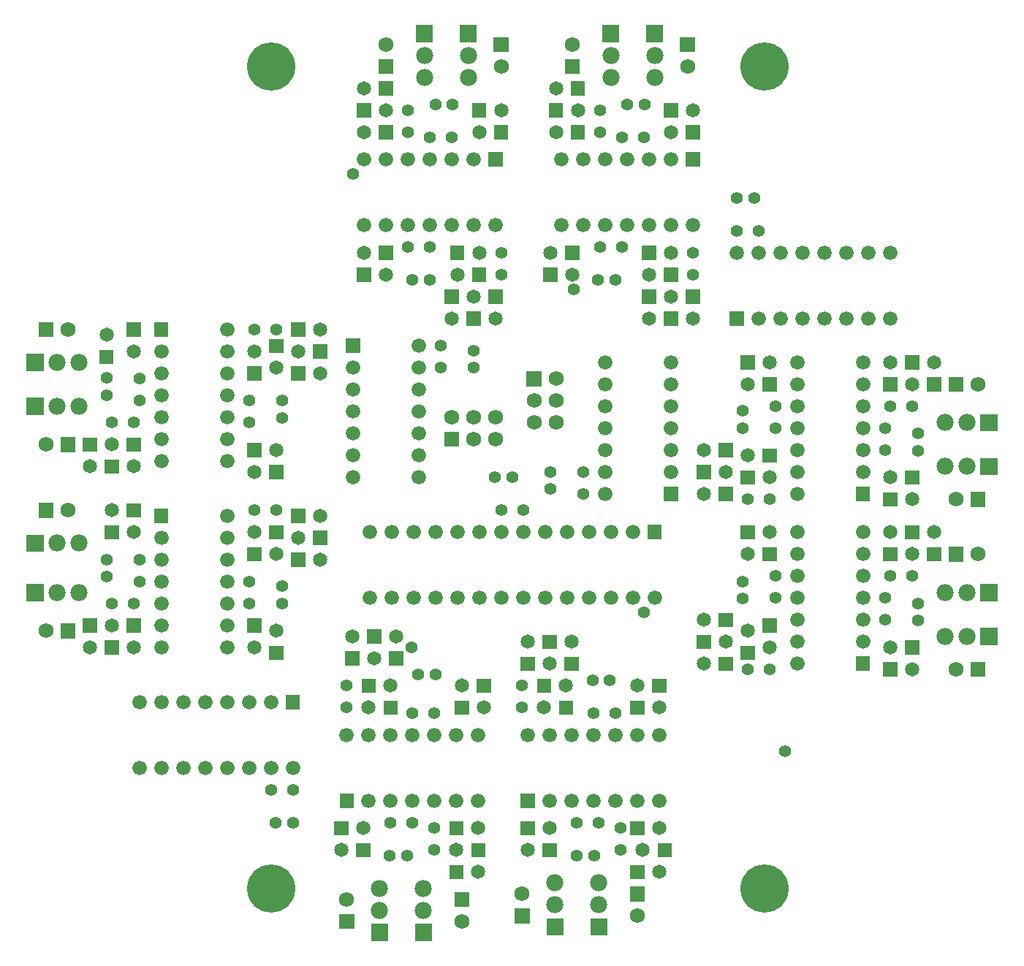
<source format=gbr>
G04 start of page 7 for group -4063 idx -4063 *
G04 Title: logic, componentmask *
G04 Creator: pcb 20091103 *
G04 CreationDate: Wed 03 Feb 2010 10:59:49 PM GMT UTC *
G04 For: srussell *
G04 Format: Gerber/RS-274X *
G04 PCB-Dimensions: 475000 475000 *
G04 PCB-Coordinate-Origin: lower left *
%MOIN*%
%FSLAX25Y25*%
%LNFRONTMASK*%
%ADD13C,0.0200*%
%ADD28C,0.0660*%
%ADD29C,0.0550*%
%ADD30C,0.0560*%
%ADD31C,0.0680*%
%ADD32C,0.0650*%
%ADD33C,0.0780*%
%ADD34C,0.2200*%
G54D28*X270000Y212500D03*
X260000D03*
X250000D03*
X240000D03*
G54D13*G36*
X296700Y215800D02*Y209200D01*
X303300D01*
Y215800D01*
X296700D01*
G37*
G54D28*X290000Y212500D03*
X280000D03*
X230000D03*
G54D29*X240000Y222500D03*
G54D28*X220000Y212500D03*
X192500Y267500D03*
Y277500D03*
Y287500D03*
G54D29*X202500D03*
G54D30*X217500D03*
G54D13*G36*
X204100Y258400D02*Y251600D01*
X210900D01*
Y258400D01*
X204100D01*
G37*
G54D31*X207500Y265000D03*
X217500Y255000D03*
X227500D03*
G54D30*X235000Y237500D03*
X227126D03*
G54D31*X217500Y265000D03*
X227500D03*
G54D13*G36*
X241600Y285900D02*Y279100D01*
X248400D01*
Y285900D01*
X241600D01*
G37*
G54D31*X255000Y282500D03*
X245000Y272500D03*
X255000D03*
X245000Y262500D03*
X255000D03*
G54D28*X240000Y182500D03*
X250000D03*
X260000D03*
G54D30*X252500Y232126D03*
G54D29*X267500Y230000D03*
G54D30*X252500Y240000D03*
G54D29*X267500D03*
G54D28*X277500Y250000D03*
Y240000D03*
Y230000D03*
G54D13*G36*
X238876Y155750D02*Y149250D01*
X245376D01*
Y155750D01*
X238876D01*
G37*
G54D32*X242126Y162500D03*
G54D28*X290000Y182500D03*
G54D13*G36*
X298876Y145750D02*Y139250D01*
X305376D01*
Y145750D01*
X298876D01*
G37*
G54D32*X292126Y142500D03*
G54D13*G36*
X288876Y135750D02*Y129250D01*
X295376D01*
Y135750D01*
X288876D01*
G37*
G54D32*X302126Y132500D03*
G54D30*X279626Y145000D03*
G54D28*X307500Y280000D03*
Y290000D03*
X277500D03*
Y280000D03*
Y270000D03*
Y260000D03*
X270000Y182500D03*
G54D13*G36*
X258876Y155750D02*Y149250D01*
X265376D01*
Y155750D01*
X258876D01*
G37*
G54D32*X262126Y162500D03*
G54D30*X271752Y145000D03*
X355000Y260000D03*
X342500Y227500D03*
X352500D03*
X355000Y270000D03*
X407500D03*
X417500D03*
X405000Y250000D03*
Y260000D03*
G54D29*X355000Y192500D03*
X342500Y150000D03*
X352500D03*
X405000Y172500D03*
X407500Y192500D03*
X417500D03*
X405000Y182500D03*
X355000D03*
G54D28*X280000D03*
X300000D03*
X365000D03*
G54D30*X340000Y182126D03*
G54D13*G36*
X339250Y160750D02*Y154250D01*
X345750D01*
Y160750D01*
X339250D01*
G37*
G54D32*X342500Y167500D03*
G54D13*G36*
X319250Y165750D02*Y159250D01*
X325750D01*
Y165750D01*
X319250D01*
G37*
G54D32*X332500Y162500D03*
G54D13*G36*
X329250Y155750D02*Y149250D01*
X335750D01*
Y155750D01*
X329250D01*
G37*
G54D32*X322500Y152500D03*
G54D13*G36*
X329250Y175750D02*Y169250D01*
X335750D01*
Y175750D01*
X329250D01*
G37*
G54D32*X322500Y172500D03*
G54D13*G36*
X339250Y215750D02*Y209250D01*
X345750D01*
Y215750D01*
X339250D01*
G37*
G54D32*X342500Y202500D03*
X352500Y212500D03*
G54D28*X395000Y192500D03*
Y202500D03*
Y212500D03*
G54D13*G36*
X349250Y205750D02*Y199250D01*
X355750D01*
Y205750D01*
X349250D01*
G37*
G54D28*X365000Y212500D03*
Y202500D03*
Y192500D03*
G54D30*X340000Y190000D03*
G54D13*G36*
X434100Y205900D02*Y199100D01*
X440900D01*
Y205900D01*
X434100D01*
G37*
G54D31*X447500Y202500D03*
G54D13*G36*
X349250Y173250D02*Y166750D01*
X355750D01*
Y173250D01*
X349250D01*
G37*
G54D32*X352500Y160000D03*
G54D28*X365000Y172500D03*
Y162500D03*
Y152500D03*
G54D13*G36*
X404250Y153250D02*Y146750D01*
X410750D01*
Y153250D01*
X404250D01*
G37*
G36*
X391700Y155800D02*Y149200D01*
X398300D01*
Y155800D01*
X391700D01*
G37*
G54D28*X395000Y162500D03*
Y172500D03*
Y182500D03*
G54D32*X407500Y160000D03*
G54D13*G36*
X414250Y163250D02*Y156750D01*
X420750D01*
Y163250D01*
X414250D01*
G37*
G54D32*X417500Y150000D03*
G54D13*G36*
X444100Y153400D02*Y146600D01*
X450900D01*
Y153400D01*
X444100D01*
G37*
G54D31*X437500Y150000D03*
G54D29*X230000Y222500D03*
G54D13*G36*
X246376Y145750D02*Y139250D01*
X252876D01*
Y145750D01*
X246376D01*
G37*
G36*
X248876Y165750D02*Y159250D01*
X255376D01*
Y165750D01*
X248876D01*
G37*
G54D32*X252126Y152500D03*
X259626Y142500D03*
G54D13*G36*
X256376Y135750D02*Y129250D01*
X262876D01*
Y135750D01*
X256376D01*
G37*
G54D32*X249626Y132500D03*
G54D29*X239626Y142500D03*
Y132500D03*
G54D28*X210000Y182500D03*
X220000D03*
X230000D03*
G54D13*G36*
X218876Y145750D02*Y139250D01*
X225376D01*
Y145750D01*
X218876D01*
G37*
G54D32*X222126Y132500D03*
G54D30*X200000Y147500D03*
X192126D03*
G54D13*G36*
X176376Y135750D02*Y129250D01*
X182876D01*
Y135750D01*
X176376D01*
G37*
G54D32*X179626Y142500D03*
X212126D03*
G54D13*G36*
X208876Y135750D02*Y129250D01*
X215376D01*
Y135750D01*
X208876D01*
G37*
G54D32*X169626Y132500D03*
G54D13*G36*
X166376Y145750D02*Y139250D01*
X172876D01*
Y145750D01*
X166376D01*
G37*
G36*
X168876Y168250D02*Y161750D01*
X175376D01*
Y168250D01*
X168876D01*
G37*
G54D32*X172126Y155000D03*
G54D28*X210000Y212500D03*
X200000D03*
X190000D03*
X180000D03*
X192500Y237500D03*
Y247500D03*
Y257500D03*
X170000Y212500D03*
Y182500D03*
X180000D03*
X190000D03*
X200000D03*
G54D32*X182126Y165000D03*
X162126D03*
G54D13*G36*
X144250Y213250D02*Y206750D01*
X150750D01*
Y213250D01*
X144250D01*
G37*
G54D32*X137500Y210000D03*
G54D13*G36*
X134250Y223250D02*Y216750D01*
X140750D01*
Y223250D01*
X134250D01*
G37*
G54D32*X147500Y220000D03*
G54D13*G36*
X134250Y203250D02*Y196750D01*
X140750D01*
Y203250D01*
X134250D01*
G37*
G54D32*X147500Y200000D03*
G54D13*G36*
X178876Y158250D02*Y151750D01*
X185376D01*
Y158250D01*
X178876D01*
G37*
G36*
X158876D02*Y151750D01*
X165376D01*
Y158250D01*
X158876D01*
G37*
G54D30*X130000Y264626D03*
G54D13*G36*
X114250Y253250D02*Y246750D01*
X120750D01*
Y253250D01*
X114250D01*
G37*
G54D32*X117500Y240000D03*
G54D29*Y222500D03*
G54D28*X162500Y257500D03*
Y247500D03*
Y237500D03*
G54D13*G36*
X114250Y173250D02*Y166750D01*
X120750D01*
Y173250D01*
X114250D01*
G37*
G54D32*X117500Y160000D03*
G54D13*G36*
X114250Y205750D02*Y199250D01*
X120750D01*
Y205750D01*
X114250D01*
G37*
G54D32*X117500Y212500D03*
G54D29*X115000Y190000D03*
Y180000D03*
X127500Y222500D03*
G54D13*G36*
X124250Y215750D02*Y209250D01*
X130750D01*
Y215750D01*
X124250D01*
G37*
G54D32*X127500Y202500D03*
G54D28*X105000Y160000D03*
Y170000D03*
Y180000D03*
Y190000D03*
Y200000D03*
Y210000D03*
Y220000D03*
G54D29*X65000Y200000D03*
Y190000D03*
G54D30*X130000Y180000D03*
Y187874D03*
G54D13*G36*
X124250Y160750D02*Y154250D01*
X130750D01*
Y160750D01*
X124250D01*
G37*
G54D32*X127500Y167500D03*
G54D13*G36*
X124250Y243250D02*Y236750D01*
X130750D01*
Y243250D01*
X124250D01*
G37*
G54D32*X127500Y250000D03*
G54D28*X105000Y245000D03*
Y255000D03*
Y265000D03*
Y275000D03*
Y285000D03*
Y295000D03*
Y305000D03*
G54D13*G36*
X114250Y288250D02*Y281750D01*
X120750D01*
Y288250D01*
X114250D01*
G37*
G54D29*X115000Y272500D03*
Y262500D03*
G54D32*X117500Y295000D03*
G54D13*G36*
X159200Y300800D02*Y294200D01*
X165800D01*
Y300800D01*
X159200D01*
G37*
G54D28*X162500Y287500D03*
Y277500D03*
Y267500D03*
G54D13*G36*
X49250Y245750D02*Y239250D01*
X55750D01*
Y245750D01*
X49250D01*
G37*
G54D32*X52500Y252500D03*
G54D13*G36*
X39250Y255750D02*Y249250D01*
X45750D01*
Y255750D01*
X39250D01*
G37*
G54D32*X42500Y242500D03*
G54D29*X52500Y262500D03*
G54D30*X50000Y275000D03*
G54D13*G36*
X29100Y255900D02*Y249100D01*
X35900D01*
Y255900D01*
X29100D01*
G37*
G54D31*X22500Y252500D03*
G54D13*G36*
X71700Y308300D02*Y301700D01*
X78300D01*
Y308300D01*
X71700D01*
G37*
G54D28*X75000Y295000D03*
Y285000D03*
G54D29*X62500Y262500D03*
G54D28*X75000Y275000D03*
Y265000D03*
G54D29*X65000Y272500D03*
G54D13*G36*
X46750Y295750D02*Y289250D01*
X53250D01*
Y295750D01*
X46750D01*
G37*
G54D32*X50000Y302500D03*
G54D13*G36*
X59250Y308250D02*Y301750D01*
X65750D01*
Y308250D01*
X59250D01*
G37*
G54D32*X62500Y295000D03*
G54D28*X75000Y255000D03*
Y245000D03*
G54D13*G36*
X59250Y255750D02*Y249250D01*
X65750D01*
Y255750D01*
X59250D01*
G37*
G54D32*X62500Y242500D03*
G54D29*X65000Y282500D03*
G54D13*G36*
X13600Y293900D02*Y286100D01*
X21400D01*
Y293900D01*
X13600D01*
G37*
G36*
Y273900D02*Y266100D01*
X21400D01*
Y273900D01*
X13600D01*
G37*
G54D33*X27500Y270000D03*
X37500D03*
X27500Y290000D03*
X37500D03*
G54D30*X50000Y282874D03*
G54D13*G36*
X19100Y308400D02*Y301600D01*
X25900D01*
Y308400D01*
X19100D01*
G37*
G54D31*X32500Y305000D03*
G54D29*X127500D03*
G54D13*G36*
X124250Y300750D02*Y294250D01*
X130750D01*
Y300750D01*
X124250D01*
G37*
G54D32*X127500Y287500D03*
G54D29*X117500Y305000D03*
G54D13*G36*
X134250Y308250D02*Y301750D01*
X140750D01*
Y308250D01*
X134250D01*
G37*
G54D32*X147500Y305000D03*
G54D30*X130000Y272500D03*
G54D13*G36*
X134250Y288250D02*Y281750D01*
X140750D01*
Y288250D01*
X134250D01*
G37*
G54D32*X147500Y285000D03*
G54D13*G36*
X144250Y298250D02*Y291750D01*
X150750D01*
Y298250D01*
X144250D01*
G37*
G54D32*X137500Y295000D03*
G54D28*X75000Y135000D03*
Y190000D03*
Y180000D03*
Y170000D03*
Y160000D03*
X65000Y135000D03*
G54D32*X42500Y160000D03*
G54D13*G36*
X29100Y170900D02*Y164100D01*
X35900D01*
Y170900D01*
X29100D01*
G37*
G54D31*X22500Y167500D03*
G54D13*G36*
X13600Y188900D02*Y181100D01*
X21400D01*
Y188900D01*
X13600D01*
G37*
G54D33*X27500Y185000D03*
X37500D03*
G54D13*G36*
X39250Y173250D02*Y166750D01*
X45750D01*
Y173250D01*
X39250D01*
G37*
G54D29*X52500Y180000D03*
X62500D03*
G54D13*G36*
X49250Y163250D02*Y156750D01*
X55750D01*
Y163250D01*
X49250D01*
G37*
G54D32*X52500Y170000D03*
G54D30*X50000Y192126D03*
G54D13*G36*
X59250Y173250D02*Y166750D01*
X65750D01*
Y173250D01*
X59250D01*
G37*
G54D32*X62500Y160000D03*
G54D13*G36*
X19100Y225900D02*Y219100D01*
X25900D01*
Y225900D01*
X19100D01*
G37*
G36*
X13600Y211400D02*Y203600D01*
X21400D01*
Y211400D01*
X13600D01*
G37*
G54D33*X27500Y207500D03*
G54D31*X32500Y222500D03*
G54D33*X37500Y207500D03*
G54D13*G36*
X71700Y223300D02*Y216700D01*
X78300D01*
Y223300D01*
X71700D01*
G37*
G54D28*X75000Y210000D03*
Y200000D03*
G54D13*G36*
X59250Y225750D02*Y219250D01*
X65750D01*
Y225750D01*
X59250D01*
G37*
G54D32*X62500Y212500D03*
G54D30*X50000Y200000D03*
G54D13*G36*
X49250Y215750D02*Y209250D01*
X55750D01*
Y215750D01*
X49250D01*
G37*
G54D32*X52500Y222500D03*
G54D13*G36*
X131700Y138300D02*Y131700D01*
X138300D01*
Y138300D01*
X131700D01*
G37*
G54D28*X125000Y135000D03*
X115000D03*
X105000D03*
X95000D03*
X85000D03*
X65000Y105000D03*
X75000D03*
X85000D03*
X95000D03*
X105000D03*
X115000D03*
X125000D03*
X135000D03*
G54D30*X127126Y80000D03*
G54D29*X135000Y95000D03*
X125000D03*
X159626Y142500D03*
Y132500D03*
X189626Y130000D03*
X199626D03*
G54D30*X135000Y80000D03*
G54D13*G36*
X156326Y93300D02*Y86700D01*
X162926D01*
Y93300D01*
X156326D01*
G37*
G54D28*X169626Y90000D03*
X179626D03*
X189626Y120000D03*
X179626D03*
X169626D03*
X159626D03*
G54D13*G36*
X170726Y33900D02*Y26100D01*
X178526D01*
Y33900D01*
X170726D01*
G37*
G36*
X156226Y38400D02*Y31600D01*
X163026D01*
Y38400D01*
X156226D01*
G37*
G54D31*X159626Y45000D03*
G54D33*X174626Y40000D03*
Y50000D03*
G54D13*G36*
X163876Y70750D02*Y64250D01*
X170376D01*
Y70750D01*
X163876D01*
G37*
G54D32*X157126Y67500D03*
G54D30*X187126Y65000D03*
X179252D03*
G54D13*G36*
X153876Y80750D02*Y74250D01*
X160376D01*
Y80750D01*
X153876D01*
G37*
G54D32*X167126Y77500D03*
G54D13*G36*
X190726Y33900D02*Y26100D01*
X198526D01*
Y33900D01*
X190726D01*
G37*
G54D33*X194626Y40000D03*
Y50000D03*
G54D29*X199626Y67500D03*
G54D13*G36*
X238876Y80750D02*Y74250D01*
X245376D01*
Y80750D01*
X238876D01*
G37*
G54D32*X252126Y77500D03*
G54D13*G36*
X238826Y93300D02*Y86700D01*
X245426D01*
Y93300D01*
X238826D01*
G37*
G54D28*X252126Y90000D03*
X262126D03*
G54D29*X284626Y77500D03*
G54D13*G36*
X288876Y80750D02*Y74250D01*
X295376D01*
Y80750D01*
X288876D01*
G37*
G54D32*X302126Y77500D03*
G54D13*G36*
X236226Y40900D02*Y34100D01*
X243026D01*
Y40900D01*
X236226D01*
G37*
G54D31*X292126Y37500D03*
X212126Y35000D03*
G54D13*G36*
X250726Y36400D02*Y28600D01*
X258526D01*
Y36400D01*
X250726D01*
G37*
G36*
X270726D02*Y28600D01*
X278526D01*
Y36400D01*
X270726D01*
G37*
G54D31*X239626Y47500D03*
G54D13*G36*
X208726Y48400D02*Y41600D01*
X215526D01*
Y48400D01*
X208726D01*
G37*
G54D33*X254626Y42500D03*
Y52500D03*
X274626Y42500D03*
Y52500D03*
G54D13*G36*
X206376Y60750D02*Y54250D01*
X212876D01*
Y60750D01*
X206376D01*
G37*
G54D32*X219626Y57500D03*
G54D13*G36*
X216376Y70750D02*Y64250D01*
X222876D01*
Y70750D01*
X216376D01*
G37*
G54D32*X209626Y67500D03*
G54D13*G36*
X288726Y50900D02*Y44100D01*
X295526D01*
Y50900D01*
X288726D01*
G37*
G36*
X288876Y60750D02*Y54250D01*
X295376D01*
Y60750D01*
X288876D01*
G37*
G54D32*X302126Y57500D03*
G54D30*X272500Y65000D03*
G54D29*X284626Y67500D03*
G54D13*G36*
X301376Y70750D02*Y64250D01*
X307876D01*
Y70750D01*
X301376D01*
G37*
G54D32*X294626Y67500D03*
G54D30*X264626Y65000D03*
G54D13*G36*
X248876Y70750D02*Y64250D01*
X255376D01*
Y70750D01*
X248876D01*
G37*
G54D32*X242126Y67500D03*
G54D29*X272126Y130000D03*
X282126D03*
G54D28*X272126Y90000D03*
X282126D03*
X292126D03*
X302126D03*
Y120000D03*
X292126D03*
X282126D03*
X272126D03*
X262126D03*
X252126D03*
G54D29*X264626Y80000D03*
X274626D03*
X179626D03*
X189626D03*
G54D13*G36*
X206376Y80750D02*Y74250D01*
X212876D01*
Y80750D01*
X206376D01*
G37*
G54D32*X219626Y77500D03*
G54D29*X199626D03*
G54D28*X189626Y90000D03*
X199626D03*
X209626D03*
X219626D03*
X242126Y120000D03*
X219626D03*
X209626D03*
X199626D03*
G54D13*G36*
X191100Y443900D02*Y436100D01*
X198900D01*
Y443900D01*
X191100D01*
G37*
G54D33*X195000Y430000D03*
Y420000D03*
G54D28*X197500Y382500D03*
G54D30*X200000Y407500D03*
G54D29*X197500Y392500D03*
G54D13*G36*
X174100Y428400D02*Y421600D01*
X180900D01*
Y428400D01*
X174100D01*
G37*
G36*
X174250Y418250D02*Y411750D01*
X180750D01*
Y418250D01*
X174250D01*
G37*
G54D31*X177500Y435000D03*
G54D13*G36*
X164250Y408250D02*Y401750D01*
X170750D01*
Y408250D01*
X164250D01*
G37*
G54D32*X167500Y395000D03*
G54D28*Y382500D03*
G54D32*Y415000D03*
X177500Y405000D03*
G54D13*G36*
X174250Y398250D02*Y391750D01*
X180750D01*
Y398250D01*
X174250D01*
G37*
G54D28*X187500Y382500D03*
X177500D03*
G54D29*X187500Y395000D03*
Y405000D03*
G54D30*X189626Y327500D03*
G54D28*X187500Y352500D03*
X197500D03*
G54D29*Y342500D03*
X187500D03*
G54D13*G36*
X164250Y333250D02*Y326750D01*
X170750D01*
Y333250D01*
X164250D01*
G37*
G54D32*X177500Y330000D03*
G54D13*G36*
X174250Y343250D02*Y336750D01*
X180750D01*
Y343250D01*
X174250D01*
G37*
G54D32*X167500Y340000D03*
G54D28*Y352500D03*
X177500D03*
X192500Y297500D03*
G54D13*G36*
X206750Y343250D02*Y336750D01*
X213250D01*
Y343250D01*
X206750D01*
G37*
G54D28*X207500Y352500D03*
X217500D03*
X227500D03*
G54D32*X220000Y340000D03*
G54D13*G36*
X216750Y333250D02*Y326750D01*
X223250D01*
Y333250D01*
X216750D01*
G37*
G54D29*X230000Y330000D03*
Y340000D03*
G54D30*X197500Y327500D03*
G54D13*G36*
X204250Y323250D02*Y316750D01*
X210750D01*
Y323250D01*
X204250D01*
G37*
G54D32*X207500Y310000D03*
X210000Y330000D03*
G54D13*G36*
X224250Y323250D02*Y316750D01*
X230750D01*
Y323250D01*
X224250D01*
G37*
G54D32*X227500Y310000D03*
G54D13*G36*
X214250Y313250D02*Y306750D01*
X220750D01*
Y313250D01*
X214250D01*
G37*
G54D32*X217500Y320000D03*
G54D29*X202500Y297500D03*
G54D30*X217500Y295374D03*
G54D13*G36*
X226600Y438400D02*Y431600D01*
X233400D01*
Y438400D01*
X226600D01*
G37*
G36*
X224200Y385800D02*Y379200D01*
X230800D01*
Y385800D01*
X224200D01*
G37*
G54D28*X217500Y382500D03*
G54D13*G36*
X226750Y398250D02*Y391750D01*
X233250D01*
Y398250D01*
X226750D01*
G37*
G54D28*X207500Y382500D03*
G54D32*X220000Y395000D03*
G54D30*X207874Y407500D03*
G54D29*X207500Y392500D03*
G54D13*G36*
X216750Y408250D02*Y401750D01*
X223250D01*
Y408250D01*
X216750D01*
G37*
G54D32*X230000Y405000D03*
G54D13*G36*
X211100Y443900D02*Y436100D01*
X218900D01*
Y443900D01*
X211100D01*
G37*
G54D33*X215000Y430000D03*
Y420000D03*
G54D13*G36*
X314250Y323250D02*Y316750D01*
X320750D01*
Y323250D01*
X314250D01*
G37*
G54D32*X307500Y320000D03*
G54D13*G36*
X294250Y323250D02*Y316750D01*
X300750D01*
Y323250D01*
X294250D01*
G37*
G36*
X304250Y313250D02*Y306750D01*
X310750D01*
Y313250D01*
X304250D01*
G37*
G54D32*X297500Y310000D03*
G54D13*G36*
X314200Y385800D02*Y379200D01*
X320800D01*
Y385800D01*
X314200D01*
G37*
G54D28*X307500Y382500D03*
X297500D03*
Y352500D03*
X307500D03*
X317500D03*
G54D13*G36*
X304250Y333250D02*Y326750D01*
X310750D01*
Y333250D01*
X304250D01*
G37*
G54D29*X317500Y330000D03*
Y340000D03*
G54D32*X297500Y330000D03*
G54D13*G36*
X294250Y343250D02*Y336750D01*
X300750D01*
Y343250D01*
X294250D01*
G37*
G54D32*X307500Y340000D03*
G54D13*G36*
X249250Y333250D02*Y326750D01*
X255750D01*
Y333250D01*
X249250D01*
G37*
G36*
X259250Y343250D02*Y336750D01*
X265750D01*
Y343250D01*
X259250D01*
G37*
G54D32*X252500Y340000D03*
X262500Y330000D03*
G54D28*X257500Y352500D03*
X267500D03*
X277500D03*
X287500D03*
G54D30*X274252Y327500D03*
X282126D03*
G54D29*X285000Y342500D03*
X275000D03*
G54D13*G36*
X311600Y438400D02*Y431600D01*
X318400D01*
Y438400D01*
X311600D01*
G37*
G54D31*X315000Y425000D03*
G54D13*G36*
X296100Y443900D02*Y436100D01*
X303900D01*
Y443900D01*
X296100D01*
G37*
G54D33*X300000Y430000D03*
G54D29*X295000Y392500D03*
G54D33*X300000Y420000D03*
G54D30*X287500Y407500D03*
G54D13*G36*
X314250Y398250D02*Y391750D01*
X320750D01*
Y398250D01*
X314250D01*
G37*
G54D32*X317500Y405000D03*
X307500Y395000D03*
G54D13*G36*
X304250Y408250D02*Y401750D01*
X310750D01*
Y408250D01*
X304250D01*
G37*
G36*
X259100Y428400D02*Y421600D01*
X265900D01*
Y428400D01*
X259100D01*
G37*
G54D31*X262500Y435000D03*
G54D29*X285000Y392500D03*
X275000Y405000D03*
Y395000D03*
G54D28*X287500Y382500D03*
X277500D03*
X267500D03*
X257500D03*
G54D30*X295374Y407500D03*
G54D32*X265000Y405000D03*
G54D31*X230000Y425000D03*
G54D13*G36*
X261750Y398250D02*Y391750D01*
X268250D01*
Y398250D01*
X261750D01*
G37*
G54D32*X255000Y395000D03*
G54D13*G36*
X261750Y418250D02*Y411750D01*
X268250D01*
Y418250D01*
X261750D01*
G37*
G54D32*X255000Y415000D03*
G54D13*G36*
X251750Y408250D02*Y401750D01*
X258250D01*
Y408250D01*
X251750D01*
G37*
G36*
X276100Y443900D02*Y436100D01*
X283900D01*
Y443900D01*
X276100D01*
G37*
G54D33*X280000Y430000D03*
Y420000D03*
G54D13*G36*
X448600Y188900D02*Y181100D01*
X456400D01*
Y188900D01*
X448600D01*
G37*
G54D33*X442500Y185000D03*
X432500D03*
G54D13*G36*
X448600Y168900D02*Y161100D01*
X456400D01*
Y168900D01*
X448600D01*
G37*
G54D33*X442500Y165000D03*
X432500D03*
G54D13*G36*
X414250Y215750D02*Y209250D01*
X420750D01*
Y215750D01*
X414250D01*
G37*
G54D32*X407500Y212500D03*
X427500D03*
G54D13*G36*
X444100Y230900D02*Y224100D01*
X450900D01*
Y230900D01*
X444100D01*
G37*
G54D31*X437500Y227500D03*
G54D32*X417500D03*
Y202500D03*
G54D13*G36*
X404250Y205750D02*Y199250D01*
X410750D01*
Y205750D01*
X404250D01*
G37*
G36*
X424250D02*Y199250D01*
X430750D01*
Y205750D01*
X424250D01*
G37*
G54D30*X420000Y180000D03*
Y172126D03*
G54D13*G36*
X434100Y283400D02*Y276600D01*
X440900D01*
Y283400D01*
X434100D01*
G37*
G54D31*X447500Y280000D03*
G54D13*G36*
X448600Y266400D02*Y258600D01*
X456400D01*
Y266400D01*
X448600D01*
G37*
G54D33*X442500Y262500D03*
G54D13*G36*
X448600Y246400D02*Y238600D01*
X456400D01*
Y246400D01*
X448600D01*
G37*
G54D33*X442500Y242500D03*
X432500Y262500D03*
Y242500D03*
G54D13*G36*
X424250Y283250D02*Y276750D01*
X430750D01*
Y283250D01*
X424250D01*
G37*
G54D32*X427500Y290000D03*
G54D13*G36*
X414250Y293250D02*Y286750D01*
X420750D01*
Y293250D01*
X414250D01*
G37*
G54D32*X417500Y280000D03*
G54D13*G36*
X404250Y283250D02*Y276750D01*
X410750D01*
Y283250D01*
X404250D01*
G37*
G54D32*X407500Y290000D03*
G54D13*G36*
X304200Y233300D02*Y226700D01*
X310800D01*
Y233300D01*
X304200D01*
G37*
G36*
X329250Y233250D02*Y226750D01*
X335750D01*
Y233250D01*
X329250D01*
G37*
G54D32*X322500Y230000D03*
G54D13*G36*
X349250Y250750D02*Y244250D01*
X355750D01*
Y250750D01*
X349250D01*
G37*
G54D32*X352500Y237500D03*
G54D28*X307500Y240000D03*
Y250000D03*
G54D13*G36*
X319250Y243250D02*Y236750D01*
X325750D01*
Y243250D01*
X319250D01*
G37*
G54D32*X322500Y250000D03*
X332500Y240000D03*
G54D13*G36*
X329250Y253250D02*Y246750D01*
X335750D01*
Y253250D01*
X329250D01*
G37*
G36*
X339250Y240750D02*Y234250D01*
X345750D01*
Y240750D01*
X339250D01*
G37*
G54D32*X342500Y247500D03*
G54D28*X365000Y250000D03*
Y240000D03*
Y230000D03*
G54D30*X420000Y257500D03*
Y249626D03*
G54D13*G36*
X404250Y230750D02*Y224250D01*
X410750D01*
Y230750D01*
X404250D01*
G37*
G54D32*X407500Y237500D03*
G54D13*G36*
X414250Y240750D02*Y234250D01*
X420750D01*
Y240750D01*
X414250D01*
G37*
G36*
X391700Y233300D02*Y226700D01*
X398300D01*
Y233300D01*
X391700D01*
G37*
G54D28*X395000Y240000D03*
Y250000D03*
Y260000D03*
Y270000D03*
Y280000D03*
Y290000D03*
G54D32*X342500Y280000D03*
G54D28*X307500Y260000D03*
Y270000D03*
G54D30*X340000Y267874D03*
Y260000D03*
G54D13*G36*
X349250Y283250D02*Y276750D01*
X355750D01*
Y283250D01*
X349250D01*
G37*
G54D32*X352500Y290000D03*
G54D13*G36*
X339250Y293250D02*Y286750D01*
X345750D01*
Y293250D01*
X339250D01*
G37*
G54D28*X365000Y290000D03*
Y280000D03*
Y270000D03*
Y260000D03*
G54D32*X317500Y310000D03*
G54D13*G36*
X334200Y313300D02*Y306700D01*
X340800D01*
Y313300D01*
X334200D01*
G37*
G54D28*X347500Y310000D03*
X367500Y340000D03*
X357500D03*
X347500D03*
X337500D03*
G54D30*Y365000D03*
X345374D03*
G54D29*X337500Y350000D03*
X347500D03*
G54D28*X357500Y310000D03*
X367500D03*
X377500D03*
X387500D03*
X397500D03*
X407500D03*
Y340000D03*
X397500D03*
X387500D03*
X377500D03*
G54D34*X350000Y50000D03*
G54D30*X359350Y112499D03*
G54D34*X125000Y425000D03*
X350000D03*
X125000Y50000D03*
G54D30*X263150Y323399D03*
X295099Y175850D03*
X162600Y375850D03*
X189000Y160000D03*
M02*

</source>
